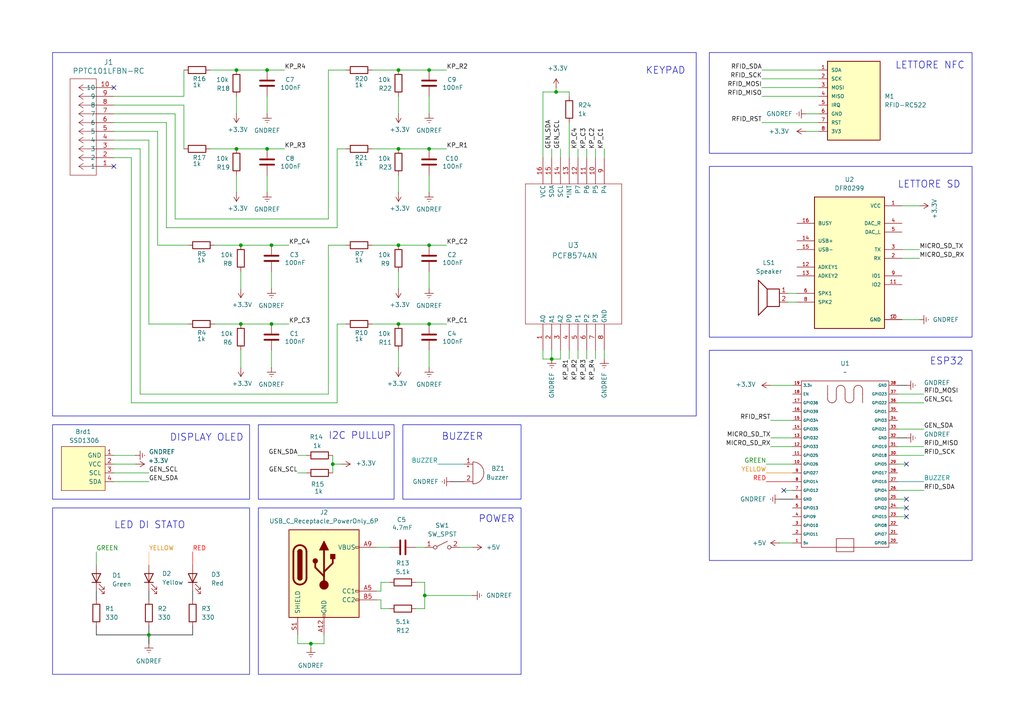
<source format=kicad_sch>
(kicad_sch (version 20250114) (generator "eeschema") (generator_version "9.0")
  (paper "A4")
  (title_block (title "PCB Kaffettino") (date "2025-11-03") (company "Vivere Ingegneria") (comment 1 "Daniele Orazio Susino"))
  (lib_symbols
    (symbol "2025-11-11_17-54-51:PCF8574AN" (pin_names (offset 0.254))
      (property "Reference" "U" (at 27.94 10.16 0))
      (property "Value" "PCF8574AN" (at 27.94 7.62 0))
      (symbol "PCF8574AN_0_1"
        (pin input line (at 0 0 0) (length 7.62) (name "A0") (number "1"))
        (pin input line (at 0 -2.54 0) (length 7.62) (name "A1") (number "2"))
        (pin input line (at 0 -5.08 0) (length 7.62) (name "A2") (number "3"))
        (pin bidirectional line (at 0 -7.62 0) (length 7.62) (name "P0") (number "4"))
        (pin bidirectional line (at 0 -10.16 0) (length 7.62) (name "P1") (number "5"))
        (pin bidirectional line (at 0 -12.7 0) (length 7.62) (name "P2") (number "6"))
        (pin bidirectional line (at 0 -15.24 0) (length 7.62) (name "P3") (number "7"))
        (pin power_in line (at 0 -17.78 0) (length 7.62) (name "GND") (number "8"))
        (pin power_in line (at 55.88 0 180) (length 7.62) (name "VCC") (number "16"))
        (pin unspecified line (at 55.88 -2.54 180) (length 7.62) (name "SDA") (number "15"))
        (pin unspecified line (at 55.88 -5.08 180) (length 7.62) (name "SCL") (number "14"))
        (pin output line (at 55.88 -7.62 180) (length 7.62) (name "*INT") (number "13"))
        (pin bidirectional line (at 55.88 -10.16 180) (length 7.62) (name "P7") (number "12"))
        (pin bidirectional line (at 55.88 -12.7 180) (length 7.62) (name "P6") (number "11"))
        (pin bidirectional line (at 55.88 -15.24 180) (length 7.62) (name "P5") (number "10"))
        (pin bidirectional line (at 55.88 -17.78 180) (length 7.62) (name "P4") (number "9"))
      )
    )
    (symbol "Connector:USB_C_Receptacle_PowerOnly_6P" (pin_names (offset 1.016))
      (property "Reference" "J" (at 0 16.51 0))
      (property "Value" "USB_C_Receptacle_PowerOnly_6P" (at 0 13.97 0))
      (symbol "USB_C_Receptacle_PowerOnly_6P_1_1"
        (pin passive line (at -7.62 -17.78 90) (length 5.08) (name "SHIELD") (number "S1"))
        (pin passive line (at 0 -17.78 90) (length 5.08) (name "GND") (number "A12"))
        (pin passive line (at 0 -17.78 90) (length 5.08) (hide yes) (name "GND") (number "B12"))
        (pin passive line (at 15.24 7.62 180) (length 5.08) (name "VBUS") (number "A9"))
        (pin passive line (at 15.24 7.62 180) (length 5.08) (hide yes) (name "VBUS") (number "B9"))
        (pin bidirectional line (at 15.24 -5.08 180) (length 5.08) (name "CC1") (number "A5"))
        (pin bidirectional line (at 15.24 -7.62 180) (length 5.08) (name "CC2") (number "B5"))
      )
    )
    (symbol "DFR0299:DFR0299" (pin_names (offset 1.016))
      (property "Reference" "U" (at -10.16 18.542 0))
      (property "Value" "DFR0299" (at -10.16 -22.86 0))
      (symbol "DFR0299_0_0"
        (pin input line (at -15.24 10.16 0) (length 5.08) (name "BUSY") (number "16"))
        (pin input line (at -15.24 5.08 0) (length 5.08) (name "USB+") (number "14"))
        (pin input line (at -15.24 2.54 0) (length 5.08) (name "USB-") (number "15"))
        (pin input line (at -15.24 -2.54 0) (length 5.08) (name "ADKEY1") (number "12"))
        (pin input line (at -15.24 -5.08 0) (length 5.08) (name "ADKEY2") (number "13"))
        (pin passive line (at -15.24 -10.16 0) (length 5.08) (name "SPK1") (number "6"))
        (pin passive line (at -15.24 -12.7 0) (length 5.08) (name "SPK2") (number "8"))
        (pin power_in line (at 15.24 15.24 180) (length 5.08) (name "VCC") (number "1"))
        (pin output line (at 15.24 10.16 180) (length 5.08) (name "DAC_R") (number "4"))
        (pin output line (at 15.24 7.62 180) (length 5.08) (name "DAC_L") (number "5"))
        (pin output line (at 15.24 2.54 180) (length 5.08) (name "TX") (number "3"))
        (pin input line (at 15.24 0 180) (length 5.08) (name "RX") (number "2"))
        (pin bidirectional line (at 15.24 -5.08 180) (length 5.08) (name "IO1") (number "9"))
        (pin bidirectional line (at 15.24 -7.62 180) (length 5.08) (name "IO2") (number "11"))
        (pin power_in line (at 15.24 -17.78 180) (length 5.08) (name "GND") (number "10"))
        (pin power_in line (at 15.24 -17.78 180) (length 5.08) (name "GND") (number "7"))
      )
    )
    (symbol "Device:Buzzer" (pin_names (offset 0.0254) (hide yes))
      (property "Reference" "BZ" (at 3.81 1.27 0))
      (property "Value" "Buzzer" (at 3.81 -1.27 0))
      (symbol "Buzzer_1_1"
        (pin passive line (at -2.54 2.54 0) (length 2.54) (name "+") (number "1"))
        (pin passive line (at -2.54 -2.54 0) (length 2.54) (name "-") (number "2"))
      )
    )
    (symbol "Device:C" (pin_numbers (hide yes)) (pin_names (offset 0.254))
      (property "Reference" "C" (at 0.635 2.54 0))
      (property "Value" "C" (at 0.635 -2.54 0))
      (symbol "C_1_1"
        (pin passive line (at 0 3.81 270) (length 2.794) (name "~") (number "1"))
        (pin passive line (at 0 -3.81 90) (length 2.794) (name "~") (number "2"))
      )
    )
    (symbol "Device:LED" (pin_numbers (hide yes)) (pin_names (offset 1.016) (hide yes))
      (property "Reference" "D" (at 0 2.54 0))
      (property "Value" "LED" (at 0 -2.54 0))
      (symbol "LED_1_1"
        (pin passive line (at -3.81 0 0) (length 2.54) (name "K") (number "1"))
        (pin passive line (at 3.81 0 180) (length 2.54) (name "A") (number "2"))
      )
    )
    (symbol "Device:R" (pin_numbers (hide yes)) (pin_names (offset 0))
      (property "Reference" "R" (at 2.032 0 90))
      (property "Value" "R" (at 0 0 90))
      (symbol "R_1_1"
        (pin passive line (at 0 3.81 270) (length 1.27) (name "~") (number "1"))
        (pin passive line (at 0 -3.81 90) (length 1.27) (name "~") (number "2"))
      )
    )
    (symbol "Device:Speaker" (pin_names (offset 0) (hide yes))
      (property "Reference" "LS" (at 1.27 5.715 0))
      (property "Value" "Speaker" (at 1.27 3.81 0))
      (symbol "Speaker_1_1"
        (pin input line (at -5.08 0 0) (length 2.54) (name "1") (number "1"))
        (pin input line (at -5.08 -2.54 0) (length 2.54) (name "2") (number "2"))
      )
    )
    (symbol "PPTC101LFBN_RC:PPTC101LFBN-RC" (pin_names (offset 0.254))
      (property "Reference" "J" (at 8.89 6.35 0))
      (property "Value" "PPTC101LFBN-RC" (at 0 0 0))
      (symbol "PPTC101LFBN-RC_0_1"
        (pin unspecified line (at 0 0 0) (length 5.08) (name "1") (number "1"))
        (pin unspecified line (at 0 -2.54 0) (length 5.08) (name "2") (number "2"))
        (pin unspecified line (at 0 -5.08 0) (length 5.08) (name "3") (number "3"))
        (pin unspecified line (at 0 -7.62 0) (length 5.08) (name "4") (number "4"))
        (pin unspecified line (at 0 -10.16 0) (length 5.08) (name "5") (number "5"))
        (pin unspecified line (at 0 -12.7 0) (length 5.08) (name "6") (number "6"))
        (pin unspecified line (at 0 -15.24 0) (length 5.08) (name "7") (number "7"))
        (pin unspecified line (at 0 -17.78 0) (length 5.08) (name "8") (number "8"))
        (pin unspecified line (at 0 -20.32 0) (length 5.08) (name "9") (number "9"))
        (pin unspecified line (at 0 -22.86 0) (length 5.08) (name "10") (number "10"))
      )
    )
    (symbol "RFID-RC522:RFID-RC522" (pin_names (offset 1.016))
      (property "Reference" "M" (at -7.62 10.922 0))
      (symbol "RFID-RC522_0_0"
        (pin bidirectional line (at -10.16 7.62 0) (length 2.54) (name "SDA") (number "1"))
        (pin bidirectional line (at -10.16 5.08 0) (length 2.54) (name "SCK") (number "2"))
        (pin bidirectional line (at -10.16 2.54 0) (length 2.54) (name "MOSI") (number "3"))
        (pin bidirectional line (at -10.16 0 0) (length 2.54) (name "MISO") (number "4"))
        (pin bidirectional line (at -10.16 -2.54 0) (length 2.54) (name "IRQ") (number "5"))
        (pin bidirectional line (at -10.16 -5.08 0) (length 2.54) (name "GND") (number "6"))
        (pin bidirectional line (at -10.16 -7.62 0) (length 2.54) (name "RST") (number "7"))
        (pin bidirectional line (at -10.16 -10.16 0) (length 2.54) (name "3V3") (number "8"))
      )
    )
    (symbol "SSD1306-128x64_OLED:SSD1306" (pin_names (offset 1.016))
      (property "Reference" "Brd" (at 0 -3.81 0))
      (property "Value" "SSD1306" (at 0 -1.27 0))
      (symbol "SSD1306_1_1"
        (pin input line (at -3.81 8.89 270) (length 2.54) (name "GND") (number "1"))
        (pin input line (at -1.27 8.89 270) (length 2.54) (name "VCC") (number "2"))
        (pin input line (at 1.27 8.89 270) (length 2.54) (name "SCL") (number "3"))
        (pin input line (at 3.81 8.89 270) (length 2.54) (name "SDA") (number "4"))
      )
    )
    (symbol "Switch:SW_SPST" (pin_names (offset 0) (hide yes))
      (property "Reference" "SW" (at 0 3.175 0))
      (property "Value" "SW_SPST" (at 0 -2.54 0))
      (symbol "SW_SPST_1_1"
        (pin passive line (at -5.08 0 0) (length 2.54) (name "A") (number "1"))
        (pin passive line (at 5.08 0 180) (length 2.54) (name "B") (number "2"))
      )
    )
    (symbol "esp32_38pin:ESP32_38Pin"
      (property "Reference" "U" (at 0 0 0))
      (symbol "ESP32_38Pin_1_1"
        (pin power_in line (at -22.86 15.24 270) (length 2.54) (name "GND") (number "38"))
        (pin output line (at -22.86 -15.24 90) (length 2.54) (name "3.3v") (number "19"))
        (pin bidirectional line (at -20.32 15.24 270) (length 2.54) (name "GPIO23") (number "37"))
        (pin bidirectional line (at -20.32 -15.24 90) (length 2.54) (name "EN") (number "18"))
        (pin bidirectional line (at -17.78 15.24 270) (length 2.54) (name "GPIO22") (number "36"))
        (pin bidirectional line (at -17.78 -15.24 90) (length 2.54) (name "GPIO36") (number "17"))
        (pin bidirectional line (at -15.24 15.24 270) (length 2.54) (name "GPIO1") (number "35"))
        (pin bidirectional line (at -15.24 -15.24 90) (length 2.54) (name "GPIO39") (number "16"))
        (pin bidirectional line (at -12.7 15.24 270) (length 2.54) (name "GPIO3") (number "34"))
        (pin bidirectional line (at -12.7 -15.24 90) (length 2.54) (name "GPIO34") (number "15"))
        (pin bidirectional line (at -10.16 15.24 270) (length 2.54) (name "GPIO21") (number "33"))
        (pin bidirectional line (at -10.16 -15.24 90) (length 2.54) (name "GPIO35") (number "14"))
        (pin power_in line (at -7.62 15.24 270) (length 2.54) (name "GND") (number "32"))
        (pin bidirectional line (at -7.62 -15.24 90) (length 2.54) (name "GPIO32") (number "13"))
        (pin bidirectional line (at -5.08 15.24 270) (length 2.54) (name "GPIO19") (number "31"))
        (pin bidirectional line (at -5.08 -15.24 90) (length 2.54) (name "GPIO33") (number "12"))
        (pin bidirectional line (at -2.54 15.24 270) (length 2.54) (name "GPIO18") (number "30"))
        (pin bidirectional line (at -2.54 -15.24 90) (length 2.54) (name "GPIO25") (number "11"))
        (pin bidirectional line (at 0 15.24 270) (length 2.54) (name "GPIO5") (number "29"))
        (pin bidirectional line (at 0 -15.24 90) (length 2.54) (name "GPIO26") (number "10"))
        (pin bidirectional line (at 2.54 15.24 270) (length 2.54) (name "GPIO17") (number "28"))
        (pin bidirectional line (at 2.54 -15.24 90) (length 2.54) (name "GPIO27") (number "9"))
        (pin bidirectional line (at 5.08 15.24 270) (length 2.54) (name "GPIO16") (number "27"))
        (pin bidirectional line (at 5.08 -15.24 90) (length 2.54) (name "GPIO14") (number "8"))
        (pin bidirectional line (at 7.62 15.24 270) (length 2.54) (name "GPIO4") (number "26"))
        (pin bidirectional line (at 7.62 -15.24 90) (length 2.54) (name "GPIO12") (number "7"))
        (pin bidirectional line (at 10.16 15.24 270) (length 2.54) (name "GPIO0") (number "25"))
        (pin power_in line (at 10.16 -15.24 90) (length 2.54) (name "GND") (number "6"))
        (pin bidirectional line (at 12.7 15.24 270) (length 2.54) (name "GPIO2") (number "24"))
        (pin bidirectional line (at 12.7 -15.24 90) (length 2.54) (name "GPIO13") (number "5"))
        (pin bidirectional line (at 15.24 15.24 270) (length 2.54) (name "GPIO15") (number "23"))
        (pin bidirectional line (at 15.24 -15.24 90) (length 2.54) (name "GPIO9") (number "4"))
        (pin bidirectional line (at 17.78 15.24 270) (length 2.54) (name "GPIO8") (number "22"))
        (pin bidirectional line (at 17.78 -15.24 90) (length 2.54) (name "GPIO10") (number "3"))
        (pin bidirectional line (at 20.32 15.24 270) (length 2.54) (name "GPIO7") (number "21"))
        (pin bidirectional line (at 20.32 -15.24 90) (length 2.54) (name "GPIO11") (number "2"))
        (pin bidirectional line (at 22.86 15.24 270) (length 2.54) (name "GPIO6") (number "20"))
        (pin power_out line (at 22.86 -15.24 90) (length 2.54) (name "5v") (number "1"))
      )
    )
    (symbol "power:+3.3V" (power) (pin_numbers (hide yes)) (pin_names (offset 0) (hide yes))
      (property "Value" "+3.3V" (at 0 3.556 0))
      (symbol "+3.3V_1_1"
        (pin power_in line (at 0 0 90) (length 0) (name "~") (number "1"))
      )
    )
    (symbol "power:+5V" (power) (pin_numbers (hide yes)) (pin_names (offset 0) (hide yes))
      (property "Value" "+5V" (at 0 3.556 0))
      (symbol "+5V_1_1"
        (pin power_in line (at 0 0 90) (length 0) (name "~") (number "1"))
      )
    )
    (symbol "power:GNDREF" (power) (pin_numbers (hide yes)) (pin_names (offset 0) (hide yes))
      (property "Value" "GNDREF" (at 0 -3.81 0))
      (symbol "GNDREF_1_1"
        (pin power_in line (at 0 0 270) (length 0) (name "~") (number "1"))
      )
    )
  )
  (rectangle (start 15.24 147.32) (end 72.39 195.58))
  (rectangle (start 205.74 48.26) (end 281.94 97.79))
  (rectangle (start 15.24 123.19) (end 72.39 144.78))
  (rectangle (start 74.93 123.19) (end 114.3 144.78))
  (rectangle (start 116.84 123.19) (end 151.13 144.78))
  (rectangle (start 15.24 15.24) (end 201.93 120.65))
  (rectangle (start 74.93 147.32) (end 151.13 195.58))
  (rectangle (start 205.74 15.24) (end 281.94 44.45))
  (rectangle (start 205.74 101.6) (end 281.94 162.56))
  (text "KEYPAD\n" (at 193.04 20.574 0) (effects (font (size 2.032 2.032))))
  (text "BUZZER\n" (at 134.112 126.746 0) (effects (font (size 2.032 2.032))))
  (text "ESP32" (at 274.574 104.902 0) (effects (font (size 2.032 2.032))))
  (text "I2C PULLUP\n" (at 104.394 126.492 0) (effects (font (size 2.032 2.032))))
  (text "LED DI STATO" (at 43.434 152.4 0) (effects (font (size 2.032 2.032))))
  (text "LETTORE NFC\n" (at 269.748 19.05 0) (effects (font (size 2.032 2.032))))
  (text "POWER\n" (at 144.018 150.622 0) (effects (font (size 2.032 2.032))))
  (text "DISPLAY OLED\n" (at 59.944 127 0) (effects (font (size 2.032 2.032))))
  (text "LETTORE SD\n" (at 269.494 53.594 0) (effects (font (size 2.032 2.032))))
  (junction (at 160.02 104.14))
  (junction (at 124.46 43.18))
  (junction (at 115.57 93.98))
  (junction (at 124.46 71.12))
  (junction (at 161.29 26.67))
  (junction (at 68.58 43.18))
  (junction (at 78.74 71.12))
  (junction (at 90.17 186.69))
  (junction (at 69.85 93.98))
  (junction (at 123.19 172.72))
  (junction (at 69.85 71.12))
  (junction (at 96.52 134.62))
  (junction (at 115.57 71.12))
  (junction (at 77.47 20.32))
  (junction (at 124.46 20.32))
  (junction (at 115.57 43.18))
  (junction (at 77.47 43.18))
  (junction (at 124.46 93.98))
  (junction (at 115.57 20.32))
  (junction (at 43.18 184.15))
  (junction (at 78.74 93.98))
  (junction (at 68.58 20.32))
  (no_connect (at 262.89 144.78))
  (no_connect (at 33.02 25.4))
  (no_connect (at 33.02 48.26))
  (no_connect (at 227.33 142.24))
  (no_connect (at 262.89 147.32))
  (no_connect (at 262.89 149.86))
  (no_connect (at 262.89 134.62))
  (wire (pts (xy 86.36 184.15) (xy 86.36 186.69)))
  (wire (pts (xy 162.56 43.18) (xy 162.56 45.72)))
  (wire (pts (xy 110.49 168.91) (xy 110.49 171.45)))
  (wire (pts (xy 33.02 43.18) (xy 40.64 43.18)))
  (wire (pts (xy 45.72 71.12) (xy 54.61 71.12)))
  (wire (pts (xy 134.62 134.62) (xy 127 134.62)) (stroke (width 0) (color 0 132 132 1)))
  (wire (pts (xy 55.88 181.61) (xy 55.88 184.15)) (stroke (width 0) (color 0 0 0 1)))
  (wire (pts (xy 33.02 33.02) (xy 50.8 33.02)))
  (wire (pts (xy 260.35 111.76) (xy 262.89 111.76)) (stroke (width 0) (color 0 0 0 1)))
  (wire (pts (xy 95.25 71.12) (xy 100.33 71.12)))
  (wire (pts (xy 226.06 144.78) (xy 229.87 144.78)) (stroke (width 0) (color 0 0 0 1)))
  (wire (pts (xy 162.56 104.14) (xy 160.02 104.14)))
  (wire (pts (xy 162.56 101.6) (xy 162.56 104.14)))
  (wire (pts (xy 172.72 43.18) (xy 172.72 45.72)))
  (wire (pts (xy 115.57 101.6) (xy 115.57 106.68)))
  (wire (pts (xy 124.46 20.32) (xy 129.54 20.32)))
  (wire (pts (xy 43.18 171.45) (xy 43.18 173.99)) (stroke (width 0) (color 0 0 0 1)))
  (wire (pts (xy 260.35 139.7) (xy 267.97 139.7)) (stroke (width 0) (color 0 132 132 1)))
  (wire (pts (xy 33.02 30.48) (xy 53.34 30.48)))
  (wire (pts (xy 133.35 158.75) (xy 137.16 158.75)))
  (wire (pts (xy 27.94 181.61) (xy 27.94 184.15)) (stroke (width 0) (color 0 0 0 1)))
  (wire (pts (xy 124.46 71.12) (xy 129.54 71.12)))
  (wire (pts (xy 27.94 160.02) (xy 27.94 163.83)))
  (wire (pts (xy 53.34 30.48) (xy 53.34 43.18)))
  (wire (pts (xy 226.06 157.48) (xy 229.87 157.48)))
  (wire (pts (xy 97.79 43.18) (xy 97.79 66.04)))
  (wire (pts (xy 228.6 85.09) (xy 231.14 85.09)))
  (wire (pts (xy 27.94 171.45) (xy 27.94 173.99)) (stroke (width 0) (color 0 0 0 1)))
  (wire (pts (xy 160.02 43.18) (xy 160.02 45.72)))
  (wire (pts (xy 261.62 74.93) (xy 266.7 74.93)))
  (wire (pts (xy 237.49 38.1) (xy 233.68 38.1)))
  (wire (pts (xy 172.72 101.6) (xy 172.72 104.14)))
  (wire (pts (xy 96.52 132.08) (xy 96.52 134.62)))
  (wire (pts (xy 110.49 173.99) (xy 109.22 173.99)))
  (wire (pts (xy 107.95 93.98) (xy 115.57 93.98)))
  (wire (pts (xy 123.19 168.91) (xy 123.19 172.72)))
  (wire (pts (xy 228.6 87.63) (xy 231.14 87.63)))
  (wire (pts (xy 90.17 187.96) (xy 90.17 186.69)))
  (wire (pts (xy 227.33 142.24) (xy 229.87 142.24)))
  (wire (pts (xy 43.18 40.64) (xy 43.18 93.98)))
  (wire (pts (xy 220.98 27.94) (xy 237.49 27.94)))
  (wire (pts (xy 33.02 40.64) (xy 43.18 40.64)))
  (wire (pts (xy 262.89 144.78) (xy 260.35 144.78)))
  (wire (pts (xy 237.49 33.02) (xy 233.68 33.02)))
  (wire (pts (xy 115.57 20.32) (xy 124.46 20.32)))
  (wire (pts (xy 167.64 101.6) (xy 167.64 104.14)))
  (wire (pts (xy 62.23 93.98) (xy 69.85 93.98)))
  (wire (pts (xy 40.64 114.3) (xy 95.25 114.3)))
  (wire (pts (xy 38.1 116.84) (xy 38.1 45.72)))
  (wire (pts (xy 88.9 132.08) (xy 86.36 132.08)))
  (wire (pts (xy 107.95 20.32) (xy 115.57 20.32)))
  (wire (pts (xy 78.74 93.98) (xy 83.82 93.98)))
  (wire (pts (xy 33.02 27.94) (xy 53.34 27.94)))
  (wire (pts (xy 124.46 55.88) (xy 124.46 50.8)))
  (wire (pts (xy 60.96 20.32) (xy 68.58 20.32)))
  (wire (pts (xy 55.88 171.45) (xy 55.88 173.99)) (stroke (width 0) (color 0 0 0 1)))
  (wire (pts (xy 170.18 101.6) (xy 170.18 104.14)))
  (wire (pts (xy 115.57 50.8) (xy 115.57 55.88)))
  (wire (pts (xy 161.29 26.67) (xy 165.1 26.67)))
  (wire (pts (xy 33.02 139.7) (xy 43.18 139.7)))
  (wire (pts (xy 99.06 134.62) (xy 96.52 134.62)))
  (wire (pts (xy 223.52 127) (xy 229.87 127)))
  (wire (pts (xy 222.25 134.62) (xy 229.87 134.62)))
  (wire (pts (xy 260.35 116.84) (xy 267.97 116.84)))
  (wire (pts (xy 78.74 83.82) (xy 78.74 78.74)))
  (wire (pts (xy 160.02 101.6) (xy 160.02 104.14)))
  (wire (pts (xy 260.35 129.54) (xy 267.97 129.54)))
  (wire (pts (xy 43.18 160.02) (xy 43.18 163.83)) (stroke (width 0) (color 255 180 95 1)))
  (wire (pts (xy 88.9 137.16) (xy 86.36 137.16)))
  (wire (pts (xy 69.85 93.98) (xy 78.74 93.98)))
  (wire (pts (xy 220.98 35.56) (xy 237.49 35.56)))
  (wire (pts (xy 62.23 71.12) (xy 69.85 71.12)))
  (wire (pts (xy 165.1 26.67) (xy 165.1 27.94)))
  (wire (pts (xy 120.65 158.75) (xy 123.19 158.75)))
  (wire (pts (xy 39.37 132.08) (xy 33.02 132.08)))
  (wire (pts (xy 95.25 20.32) (xy 100.33 20.32)))
  (wire (pts (xy 157.48 26.67) (xy 161.29 26.67)))
  (wire (pts (xy 165.1 35.56) (xy 165.1 45.72)))
  (wire (pts (xy 43.18 181.61) (xy 43.18 184.15)) (stroke (width 0) (color 0 0 0 1)))
  (wire (pts (xy 223.52 129.54) (xy 229.87 129.54)))
  (wire (pts (xy 120.65 176.53) (xy 123.19 176.53)))
  (wire (pts (xy 262.89 147.32) (xy 260.35 147.32)))
  (wire (pts (xy 39.37 134.62) (xy 33.02 134.62)))
  (wire (pts (xy 77.47 55.88) (xy 77.47 50.8)))
  (wire (pts (xy 110.49 171.45) (xy 109.22 171.45)))
  (wire (pts (xy 123.19 176.53) (xy 123.19 172.72)))
  (wire (pts (xy 124.46 33.02) (xy 124.46 27.94)))
  (wire (pts (xy 175.26 101.6) (xy 175.26 104.14)))
  (wire (pts (xy 260.35 114.3) (xy 267.97 114.3)))
  (wire (pts (xy 68.58 20.32) (xy 77.47 20.32)))
  (wire (pts (xy 170.18 43.18) (xy 170.18 45.72)))
  (wire (pts (xy 50.8 63.5) (xy 95.25 63.5)))
  (wire (pts (xy 100.33 43.18) (xy 97.79 43.18)))
  (wire (pts (xy 40.64 43.18) (xy 40.64 114.3)))
  (wire (pts (xy 97.79 93.98) (xy 97.79 116.84)))
  (wire (pts (xy 86.36 186.69) (xy 90.17 186.69)))
  (wire (pts (xy 53.34 20.32) (xy 53.34 27.94)))
  (wire (pts (xy 220.98 25.4) (xy 237.49 25.4)))
  (wire (pts (xy 69.85 101.6) (xy 69.85 106.68)))
  (wire (pts (xy 27.94 184.15) (xy 43.18 184.15)) (stroke (width 0) (color 0 0 0 1)))
  (wire (pts (xy 262.89 134.62) (xy 260.35 134.62)))
  (wire (pts (xy 77.47 20.32) (xy 82.55 20.32)))
  (wire (pts (xy 123.19 172.72) (xy 137.16 172.72)))
  (wire (pts (xy 261.62 92.71) (xy 266.7 92.71)))
  (wire (pts (xy 90.17 186.69) (xy 93.98 186.69)))
  (wire (pts (xy 48.26 66.04) (xy 48.26 35.56)))
  (wire (pts (xy 33.02 45.72) (xy 38.1 45.72)))
  (wire (pts (xy 260.35 124.46) (xy 267.97 124.46)))
  (wire (pts (xy 110.49 176.53) (xy 113.03 176.53)))
  (wire (pts (xy 33.02 137.16) (xy 43.18 137.16)))
  (wire (pts (xy 157.48 104.14) (xy 160.02 104.14)))
  (wire (pts (xy 157.48 26.67) (xy 157.48 45.72)))
  (wire (pts (xy 48.26 66.04) (xy 97.79 66.04)))
  (wire (pts (xy 60.96 43.18) (xy 68.58 43.18)))
  (wire (pts (xy 77.47 33.02) (xy 77.47 27.94)))
  (wire (pts (xy 175.26 43.18) (xy 175.26 45.72)))
  (wire (pts (xy 43.18 93.98) (xy 54.61 93.98)))
  (wire (pts (xy 260.35 127) (xy 262.89 127)) (stroke (width 0) (color 0 0 0 1)))
  (wire (pts (xy 45.72 38.1) (xy 45.72 71.12)))
  (wire (pts (xy 124.46 106.68) (xy 124.46 101.6)))
  (wire (pts (xy 115.57 93.98) (xy 124.46 93.98)))
  (wire (pts (xy 134.62 139.7) (xy 130.81 139.7)) (stroke (width 0) (color 0 0 0 1)))
  (wire (pts (xy 55.88 160.02) (xy 55.88 163.83)) (stroke (width 0) (color 255 0 0 1)))
  (wire (pts (xy 110.49 176.53) (xy 110.49 173.99)))
  (wire (pts (xy 220.98 20.32) (xy 237.49 20.32)))
  (wire (pts (xy 120.65 168.91) (xy 123.19 168.91)))
  (wire (pts (xy 69.85 71.12) (xy 78.74 71.12)))
  (wire (pts (xy 95.25 63.5) (xy 95.25 20.32)))
  (wire (pts (xy 109.22 158.75) (xy 113.03 158.75)))
  (wire (pts (xy 222.25 139.7) (xy 229.87 139.7)) (stroke (width 0) (color 194 0 0 1)))
  (wire (pts (xy 50.8 33.02) (xy 50.8 63.5)))
  (wire (pts (xy 115.57 78.74) (xy 115.57 83.82)))
  (wire (pts (xy 43.18 184.15) (xy 55.88 184.15)) (stroke (width 0) (color 0 0 0 1)))
  (wire (pts (xy 93.98 184.15) (xy 93.98 186.69)))
  (wire (pts (xy 261.62 72.39) (xy 266.7 72.39)))
  (wire (pts (xy 229.87 111.76) (xy 223.52 111.76)))
  (wire (pts (xy 124.46 83.82) (xy 124.46 78.74)))
  (wire (pts (xy 48.26 35.56) (xy 33.02 35.56)))
  (wire (pts (xy 78.74 106.68) (xy 78.74 101.6)))
  (wire (pts (xy 115.57 71.12) (xy 124.46 71.12)))
  (wire (pts (xy 68.58 43.18) (xy 77.47 43.18)))
  (wire (pts (xy 124.46 93.98) (xy 129.54 93.98)))
  (wire (pts (xy 68.58 27.94) (xy 68.58 33.02)))
  (wire (pts (xy 107.95 71.12) (xy 115.57 71.12)))
  (wire (pts (xy 167.64 43.18) (xy 167.64 45.72)))
  (wire (pts (xy 107.95 43.18) (xy 115.57 43.18)))
  (wire (pts (xy 157.48 101.6) (xy 157.48 104.14)))
  (wire (pts (xy 115.57 43.18) (xy 124.46 43.18)))
  (wire (pts (xy 97.79 116.84) (xy 38.1 116.84)))
  (wire (pts (xy 96.52 134.62) (xy 96.52 137.16)))
  (wire (pts (xy 43.18 184.15) (xy 43.18 186.69)))
  (wire (pts (xy 222.25 137.16) (xy 229.87 137.16)) (stroke (width 0) (color 221 133 0 1)))
  (wire (pts (xy 161.29 25.4) (xy 161.29 26.67)))
  (wire (pts (xy 260.35 132.08) (xy 267.97 132.08)))
  (wire (pts (xy 165.1 101.6) (xy 165.1 104.14)))
  (wire (pts (xy 100.33 93.98) (xy 97.79 93.98)))
  (wire (pts (xy 78.74 71.12) (xy 83.82 71.12)))
  (wire (pts (xy 69.85 78.74) (xy 69.85 83.82)))
  (wire (pts (xy 220.98 22.86) (xy 237.49 22.86)))
  (wire (pts (xy 260.35 142.24) (xy 267.97 142.24)))
  (wire (pts (xy 77.47 43.18) (xy 82.55 43.18)))
  (wire (pts (xy 223.52 121.92) (xy 229.87 121.92)))
  (wire (pts (xy 110.49 168.91) (xy 113.03 168.91)))
  (wire (pts (xy 115.57 27.94) (xy 115.57 33.02)))
  (wire (pts (xy 33.02 38.1) (xy 45.72 38.1)))
  (wire (pts (xy 95.25 114.3) (xy 95.25 71.12)))
  (wire (pts (xy 261.62 59.69) (xy 266.7 59.69)))
  (wire (pts (xy 262.89 149.86) (xy 260.35 149.86)))
  (wire (pts (xy 43.18 184.15) (xy 43.18 186.69)) (stroke (width 0) (color 0 0 0 1)))
  (wire (pts (xy 124.46 43.18) (xy 129.54 43.18)))
  (wire (pts (xy 68.58 50.8) (xy 68.58 55.88)))
  (label "RFID_SCK" (at 220.98 22.86 180))
  (label "RFID_MISO" (at 267.97 129.54 0))
  (label "KP_R3" (at 170.18 104.14 270))
  (label "GEN_SCL" (at 267.97 116.84 0))
  (label "BUZZER" (at 127 134.62 180))
  (label "YELLOW" (at 222.25 137.16 180))
  (label "RED" (at 222.25 139.7 180))
  (label "KP_C4" (at 83.82 71.12 0))
  (label "KP_R3" (at 82.55 43.18 0))
  (label "BUZZER" (at 267.97 139.7 0))
  (label "KP_C1" (at 129.54 93.98 0))
  (label "RED" (at 55.88 160.02 0))
  (label "GEN_SDA" (at 43.18 139.7 0))
  (label "RFID_MOSI" (at 220.98 25.4 180))
  (label "GEN_SCL" (at 86.36 137.16 180))
  (label "GEN_SDA" (at 267.97 124.46 0))
  (label "GEN_SCL" (at 43.18 137.16 0))
  (label "MICRO_SD_RX" (at 266.7 74.93 0))
  (label "KP_C3" (at 83.82 93.98 0))
  (label "KP_R1" (at 129.54 43.18 0))
  (label "RFID_SDA" (at 220.98 20.32 180))
  (label "RFID_SCK" (at 267.97 132.08 0))
  (label "RFID_MOSI" (at 267.97 114.3 0))
  (label "GEN_SCL" (at 162.56 43.18 90))
  (label "KP_C1" (at 175.26 43.18 90))
  (label "KP_R4" (at 172.72 104.14 270))
  (label "RFID_MISO" (at 220.98 27.94 180))
  (label "KP_R2" (at 129.54 20.32 0))
  (label "RFID_SDA" (at 267.97 142.24 0))
  (label "KP_C2" (at 129.54 71.12 0))
  (label "GEN_SDA" (at 86.36 132.08 180))
  (label "YELLOW" (at 43.18 160.02 0))
  (label "GREEN" (at 27.94 160.02 0))
  (label "KP_C2" (at 172.72 43.18 90))
  (label "RFID_RST" (at 223.52 121.92 180))
  (label "MICRO_SD_TX" (at 266.7 72.39 0))
  (label "GREEN" (at 222.25 134.62 180))
  (label "KP_C4" (at 167.64 43.18 90))
  (label "GEN_SDA" (at 160.02 43.18 90))
  (label "MICRO_SD_TX" (at 223.52 127 180))
  (label "KP_R4" (at 82.55 20.32 0))
  (label "RFID_RST" (at 220.98 35.56 180))
  (label "KP_R1" (at 165.1 104.14 270))
  (label "KP_C3" (at 170.18 43.18 90))
  (label "KP_R2" (at 167.64 104.14 270))
  (label "MICRO_SD_RX" (at 223.52 129.54 180))
  (symbol (lib_id "Device:LED") (at 55.88 167.64 90) (unit 1)
    (property "Reference" "D3" (at 61.214 166.624 90) (effects (justify right)))
    (property "Value" "Red" (at 61.214 169.164 90) (effects (justify right)))
    (property "Footprint" "LED_THT:LED_D3.0mm" (effects (hide yes)))
    (property "Description" "Light emitting diode" (effects (hide yes)))
    (property "Sim.Pins" "1=K 2=A" (effects (hide yes)))
  )
  (symbol (lib_id "power:GNDREF") (at 77.47 33.02 0) (unit 1)
    (property "Reference" "#PWR027" (effects (hide yes)))
    (property "Value" "GNDREF" (at 81.28 37.846 0) (effects (justify right)))
    (property "Description" "Power symbol creates a global label with name \"GNDREF\" , reference supply ground" (effects (hide yes)))
  )
  (symbol (lib_id "power:GNDREF") (at 90.17 187.96 0) (unit 1)
    (property "Reference" "#PWR022" (effects (hide yes)))
    (property "Value" "GNDREF" (at 90.17 193.04 0))
    (property "Description" "Power symbol creates a global label with name \"GNDREF\" , reference supply ground" (effects (hide yes)))
  )
  (symbol (lib_id "power:GNDREF") (at 124.46 83.82 0) (unit 1)
    (property "Reference" "#PWR06" (effects (hide yes)))
    (property "Value" "GNDREF" (at 128.27 88.646 0) (effects (justify right)))
    (property "Description" "Power symbol creates a global label with name \"GNDREF\" , reference supply ground" (effects (hide yes)))
  )
  (symbol (lib_id "Device:R") (at 68.58 46.99 180) (unit 1)
    (property "Reference" "R19" (at 64.77 48.514 0))
    (property "Value" "10k" (at 64.516 45.974 0))
    (property "Footprint" "Resistor_THT:R_Axial_DIN0207_L6.3mm_D2.5mm_P10.16mm_Horizontal" (effects (hide yes)))
    (property "Description" "Resistor" (effects (hide yes)))
  )
  (symbol (lib_id "2025-11-11_17-54-51:PCF8574AN") (at 157.48 101.6 90) (unit 1)
    (property "Reference" "U3" (at 164.592 71.12 90) (effects (font (size 1.524 1.524)) (justify right)))
    (property "Value" "PCF8574AN" (at 160.02 74.168 90) (effects (font (size 1.524 1.524)) (justify right)))
    (property "Footprint" "PCF8574AN:N16" (effects (hide yes)))
    (property "Datasheet" "https://www.ti.com/lit/gpn/pcf8574a" (effects (hide yes)))
  )
  (symbol (lib_id "power:+3.3V") (at 115.57 106.68 180) (unit 1)
    (property "Reference" "#PWR09" (effects (hide yes)))
    (property "Value" "+3.3V" (at 118.11 111.252 0) (effects (justify left)))
    (property "Description" "Power symbol creates a global label with name \"+3.3V\"" (effects (hide yes)))
  )
  (symbol (lib_id "power:GNDREF") (at 124.46 33.02 0) (unit 1)
    (property "Reference" "#PWR031" (effects (hide yes)))
    (property "Value" "GNDREF" (at 128.27 37.846 0) (effects (justify right)))
    (property "Description" "Power symbol creates a global label with name \"GNDREF\" , reference supply ground" (effects (hide yes)))
  )
  (symbol (lib_id "Device:R") (at 69.85 97.79 180) (unit 1)
    (property "Reference" "R6" (at 66.04 99.314 0))
    (property "Value" "10k" (at 65.786 96.774 0))
    (property "Footprint" "Resistor_THT:R_Axial_DIN0207_L6.3mm_D2.5mm_P10.16mm_Horizontal" (effects (hide yes)))
    (property "Description" "Resistor" (effects (hide yes)))
  )
  (symbol (lib_id "power:GNDREF") (at 39.37 132.08 90) (unit 1)
    (property "Reference" "#PWR012" (effects (hide yes)))
    (property "Value" "GNDREF" (at 43.18 131.064 90) (effects (justify right)))
    (property "Description" "Power symbol creates a global label with name \"GNDREF\" , reference supply ground" (effects (hide yes)))
  )
  (symbol (lib_id "Device:C") (at 77.47 46.99 0) (unit 1)
    (property "Reference" "C8" (at 84.074 45.974 0))
    (property "Value" "100nF" (at 84.328 48.26 0))
    (property "Footprint" "Capacitor_THT:C_Disc_D3.0mm_W1.6mm_P2.50mm" (effects (hide yes)))
    (property "Description" "Unpolarized capacitor" (effects (hide yes)))
  )
  (symbol (lib_id "Device:R") (at 58.42 93.98 270) (unit 1)
    (property "Reference" "R4" (at 57.15 96.52 90) (effects (justify left)))
    (property "Value" "1k" (at 57.15 98.298 90) (effects (justify left)))
    (property "Footprint" "Resistor_THT:R_Axial_DIN0207_L6.3mm_D2.5mm_P10.16mm_Horizontal" (effects (hide yes)))
    (property "Description" "Resistor" (effects (hide yes)))
  )
  (symbol (lib_id "Device:R") (at 55.88 177.8 0) (unit 1)
    (property "Reference" "R3" (at 58.42 176.5299 0) (effects (justify left)))
    (property "Value" "330" (at 58.42 179.0699 0) (effects (justify left)))
    (property "Footprint" "Resistor_THT:R_Axial_DIN0207_L6.3mm_D2.5mm_P10.16mm_Horizontal" (effects (hide yes)))
    (property "Description" "Resistor" (effects (hide yes)))
  )
  (symbol (lib_id "power:+3.3V") (at 69.85 83.82 180) (unit 1)
    (property "Reference" "#PWR07" (effects (hide yes)))
    (property "Value" "+3.3V" (at 73.152 88.392 0) (effects (justify left)))
    (property "Description" "Power symbol creates a global label with name \"+3.3V\"" (effects (hide yes)))
  )
  (symbol (lib_id "power:GNDREF") (at 43.18 186.69 0) (unit 1)
    (property "Reference" "#PWR03" (effects (hide yes)))
    (property "Value" "GNDREF" (at 43.18 191.77 0))
    (property "Description" "Power symbol creates a global label with name \"GNDREF\" , reference supply ground" (effects (hide yes)))
  )
  (symbol (lib_id "power:GNDREF") (at 78.74 106.68 0) (unit 1)
    (property "Reference" "#PWR04" (effects (hide yes)))
    (property "Value" "GNDREF" (at 82.55 111.506 0) (effects (justify right)))
    (property "Description" "Power symbol creates a global label with name \"GNDREF\" , reference supply ground" (effects (hide yes)))
  )
  (symbol (lib_id "Device:R") (at 43.18 177.8 0) (unit 1)
    (property "Reference" "R2" (at 45.72 176.5299 0) (effects (justify left)))
    (property "Value" "330" (at 45.72 179.0699 0) (effects (justify left)))
    (property "Footprint" "Resistor_THT:R_Axial_DIN0207_L6.3mm_D2.5mm_P10.16mm_Horizontal" (effects (hide yes)))
    (property "Description" "Resistor" (effects (hide yes)))
  )
  (symbol (lib_id "Device:R") (at 104.14 20.32 270) (unit 1)
    (property "Reference" "R20" (at 102.87 22.86 90) (effects (justify left)))
    (property "Value" "1k" (at 102.87 24.638 90) (effects (justify left)))
    (property "Footprint" "Resistor_THT:R_Axial_DIN0207_L6.3mm_D2.5mm_P10.16mm_Horizontal" (effects (hide yes)))
    (property "Description" "Resistor" (effects (hide yes)))
  )
  (symbol (lib_id "power:GNDREF") (at 233.68 33.02 270) (unit 1)
    (property "Reference" "#PWR015" (effects (hide yes)))
    (property "Value" "GNDREF" (at 229.87 33.0199 90) (effects (justify right)))
    (property "Description" "Power symbol creates a global label with name \"GNDREF\" , reference supply ground" (effects (hide yes)))
  )
  (symbol (lib_id "Device:R") (at 116.84 168.91 90) (unit 1)
    (property "Reference" "R13" (at 116.84 163.322 90))
    (property "Value" "5.1k" (at 116.84 165.862 90))
    (property "Footprint" "Resistor_THT:R_Axial_DIN0207_L6.3mm_D2.5mm_P10.16mm_Horizontal" (effects (hide yes)))
    (property "Description" "Resistor" (effects (hide yes)))
  )
  (symbol (lib_id "power:GNDREF") (at 226.06 144.78 270) (unit 1)
    (property "Reference" "#PWR010" (effects (hide yes)))
    (property "Value" "GNDREF" (at 222.25 144.7799 90) (effects (justify right)))
    (property "Description" "Power symbol creates a global label with name \"GNDREF\" , reference supply ground" (effects (hide yes)))
  )
  (symbol (lib_id "Device:C") (at 124.46 46.99 0) (unit 1)
    (property "Reference" "C10" (at 131.064 45.974 0))
    (property "Value" "100nF" (at 131.318 48.26 0))
    (property "Footprint" "Capacitor_THT:C_Disc_D3.0mm_W1.6mm_P2.50mm" (effects (hide yes)))
    (property "Description" "Unpolarized capacitor" (effects (hide yes)))
  )
  (symbol (lib_id "power:+5V") (at 137.16 158.75 270) (unit 1)
    (property "Reference" "#PWR021" (effects (hide yes)))
    (property "Value" "+5V" (at 140.97 158.7499 90) (effects (justify left)))
    (property "Description" "Power symbol creates a global label with name \"+5V\"" (effects (hide yes)))
  )
  (symbol (lib_id "Connector:USB_C_Receptacle_PowerOnly_6P") (at 93.98 166.37 0) (unit 1)
    (property "Reference" "J2" (at 93.98 148.59 0))
    (property "Value" "USB_C_Receptacle_PowerOnly_6P" (at 93.98 151.13 0))
    (property "Footprint" "Connector_USB:USB_C_Receptacle_GCT_USB4125-xx-x_6P_TopMnt_Horizontal" (effects (hide yes)))
    (property "Datasheet" "https://www.usb.org/sites/default/files/documents/usb_type-c.zip" (effects (hide yes)))
    (property "Description" "USB Power-Only 6P Type-C Receptacle connector" (effects (hide yes)))
  )
  (symbol (lib_id "power:+3.3V") (at 39.37 134.62 270) (unit 1)
    (property "Reference" "#PWR013" (effects (hide yes)))
    (property "Value" "+3.3V" (at 42.926 133.604 90) (effects (justify left)))
    (property "Description" "Power symbol creates a global label with name \"+3.3V\"" (effects (hide yes)))
  )
  (symbol (lib_id "power:GNDREF") (at 262.89 127 90) (unit 1)
    (property "Reference" "#PWR017" (effects (hide yes)))
    (property "Value" "GNDREF" (at 267.97 125.984 90) (effects (justify right)))
    (property "Description" "Power symbol creates a global label with name \"GNDREF\" , reference supply ground" (effects (hide yes)))
  )
  (symbol (lib_id "power:+3.3V") (at 266.7 59.69 270) (unit 1)
    (property "Reference" "#PWR018" (effects (hide yes)))
    (property "Value" "+3.3V" (at 271.018 57.658 0) (effects (justify left)))
    (property "Description" "Power symbol creates a global label with name \"+3.3V\"" (effects (hide yes)))
  )
  (symbol (lib_id "power:+3.3V") (at 115.57 33.02 180) (unit 1)
    (property "Reference" "#PWR029" (effects (hide yes)))
    (property "Value" "+3.3V" (at 118.872 37.592 0) (effects (justify left)))
    (property "Description" "Power symbol creates a global label with name \"+3.3V\"" (effects (hide yes)))
  )
  (symbol (lib_id "Switch:SW_SPST") (at 128.27 158.75 0) (unit 1)
    (property "Reference" "SW1" (at 128.27 152.4 0))
    (property "Value" "SW_SPST" (at 128.27 154.94 0))
    (property "Description" "Single Pole Single Throw (SPST) switch" (effects (hide yes)))
  )
  (symbol (lib_id "Device:R") (at 115.57 74.93 180) (unit 1)
    (property "Reference" "R9" (at 111.76 76.454 0))
    (property "Value" "10k" (at 111.506 73.914 0))
    (property "Footprint" "Resistor_THT:R_Axial_DIN0207_L6.3mm_D2.5mm_P10.16mm_Horizontal" (effects (hide yes)))
    (property "Description" "Resistor" (effects (hide yes)))
  )
  (symbol (lib_id "power:GNDREF") (at 124.46 55.88 0) (unit 1)
    (property "Reference" "#PWR032" (effects (hide yes)))
    (property "Value" "GNDREF" (at 128.27 60.706 0) (effects (justify right)))
    (property "Description" "Power symbol creates a global label with name \"GNDREF\" , reference supply ground" (effects (hide yes)))
  )
  (symbol (lib_id "Device:R") (at 115.57 46.99 180) (unit 1)
    (property "Reference" "R23" (at 111.76 48.514 0))
    (property "Value" "10k" (at 111.506 45.974 0))
    (property "Footprint" "Resistor_THT:R_Axial_DIN0207_L6.3mm_D2.5mm_P10.16mm_Horizontal" (effects (hide yes)))
    (property "Description" "Resistor" (effects (hide yes)))
  )
  (symbol (lib_id "power:+3.3V") (at 99.06 134.62 270) (unit 1)
    (property "Reference" "#PWR033" (effects (hide yes)))
    (property "Value" "+3.3V" (at 103.124 134.366 90) (effects (justify left)))
    (property "Description" "Power symbol creates a global label with name \"+3.3V\"" (effects (hide yes)))
  )
  (symbol (lib_id "power:GNDREF") (at 175.26 104.14 0) (unit 1)
    (property "Reference" "#PWR035" (effects (hide yes)))
    (property "Value" "GNDREF" (at 175.26 111.76 90))
    (property "Description" "Power symbol creates a global label with name \"GNDREF\" , reference supply ground" (effects (hide yes)))
  )
  (symbol (lib_id "Device:C") (at 124.46 74.93 0) (unit 1)
    (property "Reference" "C2" (at 131.064 73.914 0))
    (property "Value" "100nF" (at 131.318 76.2 0))
    (property "Footprint" "Capacitor_THT:C_Disc_D3.0mm_W1.6mm_P2.50mm" (effects (hide yes)))
    (property "Description" "Unpolarized capacitor" (effects (hide yes)))
  )
  (symbol (lib_id "power:+3.3V") (at 233.68 38.1 90) (unit 1)
    (property "Reference" "#PWR014" (effects (hide yes)))
    (property "Value" "+3.3V" (at 228.854 38.1 90) (effects (justify left)))
    (property "Description" "Power symbol creates a global label with name \"+3.3V\"" (effects (hide yes)))
  )
  (symbol (lib_id "power:GNDREF") (at 130.81 139.7 270) (unit 1)
    (property "Reference" "#PWR02" (effects (hide yes)))
    (property "Value" "GNDREF" (at 123.444 139.7 90))
    (property "Description" "Power symbol creates a global label with name \"GNDREF\" , reference supply ground" (effects (hide yes)))
  )
  (symbol (lib_id "Device:R") (at 92.71 137.16 270) (unit 1)
    (property "Reference" "R15" (at 90.17 140.462 90) (effects (justify left)))
    (property "Value" "1k" (at 91.186 142.494 90) (effects (justify left)))
    (property "Footprint" "Resistor_THT:R_Axial_DIN0207_L6.3mm_D2.5mm_P10.16mm_Horizontal" (effects (hide yes)))
    (property "Description" "Resistor" (effects (hide yes)))
  )
  (symbol (lib_id "power:GNDREF") (at 262.89 111.76 90) (unit 1)
    (property "Reference" "#PWR016" (effects (hide yes)))
    (property "Value" "GNDREF" (at 267.97 110.998 90) (effects (justify right)))
    (property "Description" "Power symbol creates a global label with name \"GNDREF\" , reference supply ground" (effects (hide yes)))
  )
  (symbol (lib_id "Device:C") (at 77.47 24.13 0) (unit 1)
    (property "Reference" "C7" (at 84.074 23.114 0))
    (property "Value" "100nF" (at 84.328 25.4 0))
    (property "Footprint" "Capacitor_THT:C_Disc_D3.0mm_W1.6mm_P2.50mm" (effects (hide yes)))
    (property "Description" "Unpolarized capacitor" (effects (hide yes)))
  )
  (symbol (lib_id "Device:C") (at 78.74 97.79 0) (unit 1)
    (property "Reference" "C1" (at 85.344 96.774 0))
    (property "Value" "100nF" (at 85.598 99.06 0))
    (property "Footprint" "Capacitor_THT:C_Disc_D3.0mm_W1.6mm_P2.50mm" (effects (hide yes)))
    (property "Description" "Unpolarized capacitor" (effects (hide yes)))
  )
  (symbol (lib_id "Device:Buzzer") (at 137.16 137.16 0) (unit 1)
    (property "Reference" "BZ1" (at 142.494 135.89 0) (effects (justify left)))
    (property "Value" "Buzzer" (at 140.97 138.4368 0) (effects (justify left)))
    (property "Footprint" "Buzzer_Beeper:Buzzer_12x9.5RM7.6" (effects (hide yes)))
    (property "Description" "Buzzer, polarized" (effects (hide yes)))
  )
  (symbol (lib_id "Device:R") (at 69.85 74.93 180) (unit 1)
    (property "Reference" "R8" (at 66.04 76.454 0))
    (property "Value" "10k" (at 65.786 73.914 0))
    (property "Footprint" "Resistor_THT:R_Axial_DIN0207_L6.3mm_D2.5mm_P10.16mm_Horizontal" (effects (hide yes)))
    (property "Description" "Resistor" (effects (hide yes)))
  )
  (symbol (lib_id "Device:C") (at 116.84 158.75 90) (unit 1)
    (property "Reference" "C5" (at 116.459 150.749 90))
    (property "Value" "4.7mF" (at 116.713 153.035 90))
    (property "Footprint" "Capacitor_THT:C_Disc_D3.0mm_W1.6mm_P2.50mm" (effects (hide yes)))
    (property "Description" "Unpolarized capacitor" (effects (hide yes)))
  )
  (symbol (lib_id "Device:R") (at 115.57 24.13 180) (unit 1)
    (property "Reference" "R22" (at 111.76 25.654 0))
    (property "Value" "10k" (at 111.506 23.114 0))
    (property "Footprint" "Resistor_THT:R_Axial_DIN0207_L6.3mm_D2.5mm_P10.16mm_Horizontal" (effects (hide yes)))
    (property "Description" "Resistor" (effects (hide yes)))
  )
  (symbol (lib_id "DFR0299:DFR0299") (at 246.38 74.93 0) (unit 1)
    (property "Reference" "U2" (at 246.38 52.07 0))
    (property "Value" "DFR0299" (at 246.38 54.61 0))
    (property "Footprint" "DFR0299:MODULE_DFR0299" (effects (hide yes)))
    (property "MF" "DFRobot" (effects (hide yes)))
    (property "DESCRIPTION" "Dfplayer - a Mini Mp3 Player" (effects (hide yes)))
    (property "PACKAGE" "None" (effects (hide yes)))
    (property "PRICE" "None" (effects (hide yes)))
    (property "Package" "None" (effects (hide yes)))
    (property "Check_prices" "https://www.snapeda.com/parts/DFR0299/DFRobot/view-part/?ref=eda" (effects (hide yes)))
    (property "Price" "None" (effects (hide yes)))
    (property "SnapEDA_Link" "https://www.snapeda.com/parts/DFR0299/DFRobot/view-part/?ref=snap" (effects (hide yes)))
    (property "MP" "DFR0299" (effects (hide yes)))
    (property "Availability" "In Stock" (effects (hide yes)))
    (property "AVAILABILITY" "Unavailable" (effects (hide yes)))
    (property "Description_1" "- MP3 Player Audio Arduino Platform Evaluation Expansion Board" (effects (hide yes)))
  )
  (symbol (lib_id "power:+3.3V") (at 69.85 106.68 180) (unit 1)
    (property "Reference" "#PWR01" (effects (hide yes)))
    (property "Value" "+3.3V" (at 73.152 111.252 0) (effects (justify left)))
    (property "Description" "Power symbol creates a global label with name \"+3.3V\"" (effects (hide yes)))
  )
  (symbol (lib_id "Device:R") (at 57.15 43.18 270) (unit 1)
    (property "Reference" "R17" (at 55.88 45.72 90) (effects (justify left)))
    (property "Value" "1k" (at 55.88 47.498 90) (effects (justify left)))
    (property "Footprint" "Resistor_THT:R_Axial_DIN0207_L6.3mm_D2.5mm_P10.16mm_Horizontal" (effects (hide yes)))
    (property "Description" "Resistor" (effects (hide yes)))
  )
  (symbol (lib_id "Device:R") (at 104.14 71.12 270) (unit 1)
    (property "Reference" "R7" (at 102.87 73.66 90) (effects (justify left)))
    (property "Value" "1k" (at 102.87 75.438 90) (effects (justify left)))
    (property "Footprint" "Resistor_THT:R_Axial_DIN0207_L6.3mm_D2.5mm_P10.16mm_Horizontal" (effects (hide yes)))
    (property "Description" "Resistor" (effects (hide yes)))
  )
  (symbol (lib_id "Device:R") (at 92.71 132.08 270) (mirror x) (unit 1)
    (property "Reference" "R14" (at 93.726 126.746 90) (effects (justify right)))
    (property "Value" "1k" (at 93.218 129.286 90) (effects (justify right)))
    (property "Footprint" "Resistor_THT:R_Axial_DIN0207_L6.3mm_D2.5mm_P10.16mm_Horizontal" (effects (hide yes)))
    (property "Description" "Resistor" (effects (hide yes)))
  )
  (symbol (lib_id "power:+3.3V") (at 68.58 55.88 180) (unit 1)
    (property "Reference" "#PWR026" (effects (hide yes)))
    (property "Value" "+3.3V" (at 71.882 60.452 0) (effects (justify left)))
    (property "Description" "Power symbol creates a global label with name \"+3.3V\"" (effects (hide yes)))
  )
  (symbol (lib_id "Device:R") (at 104.14 43.18 270) (unit 1)
    (property "Reference" "R21" (at 102.87 45.72 90) (effects (justify left)))
    (property "Value" "1k" (at 102.87 47.498 90) (effects (justify left)))
    (property "Footprint" "Resistor_THT:R_Axial_DIN0207_L6.3mm_D2.5mm_P10.16mm_Horizontal" (effects (hide yes)))
    (property "Description" "Resistor" (effects (hide yes)))
  )
  (symbol (lib_id "power:+3.3V") (at 68.58 33.02 180) (unit 1)
    (property "Reference" "#PWR025" (effects (hide yes)))
    (property "Value" "+3.3V" (at 71.882 37.592 0) (effects (justify left)))
    (property "Description" "Power symbol creates a global label with name \"+3.3V\"" (effects (hide yes)))
  )
  (symbol (lib_id "power:GNDREF") (at 124.46 106.68 0) (unit 1)
    (property "Reference" "#PWR020" (effects (hide yes)))
    (property "Value" "GNDREF" (at 128.27 111.506 0) (effects (justify right)))
    (property "Description" "Power symbol creates a global label with name \"GNDREF\" , reference supply ground" (effects (hide yes)))
  )
  (symbol (lib_id "Device:R") (at 58.42 71.12 270) (unit 1)
    (property "Reference" "R5" (at 57.15 73.66 90) (effects (justify left)))
    (property "Value" "1k" (at 57.15 75.438 90) (effects (justify left)))
    (property "Footprint" "Resistor_THT:R_Axial_DIN0207_L6.3mm_D2.5mm_P10.16mm_Horizontal" (effects (hide yes)))
    (property "Description" "Resistor" (effects (hide yes)))
  )
  (symbol (lib_id "power:+3.3V") (at 161.29 25.4 0) (unit 1)
    (property "Reference" "#PWR037" (effects (hide yes)))
    (property "Value" "+3.3V" (at 158.75 19.812 0) (effects (justify left)))
    (property "Description" "Power symbol creates a global label with name \"+3.3V\"" (effects (hide yes)))
  )
  (symbol (lib_id "power:GNDREF") (at 137.16 172.72 90) (unit 1)
    (property "Reference" "#PWR024" (effects (hide yes)))
    (property "Value" "GNDREF" (at 140.97 172.7199 90) (effects (justify right)))
    (property "Description" "Power symbol creates a global label with name \"GNDREF\" , reference supply ground" (effects (hide yes)))
  )
  (symbol (lib_id "Device:R") (at 115.57 97.79 180) (unit 1)
    (property "Reference" "R11" (at 111.76 99.314 0))
    (property "Value" "10k" (at 111.506 96.774 0))
    (property "Footprint" "Resistor_THT:R_Axial_DIN0207_L6.3mm_D2.5mm_P10.16mm_Horizontal" (effects (hide yes)))
    (property "Description" "Resistor" (effects (hide yes)))
  )
  (symbol (lib_id "Device:LED") (at 43.18 167.64 90) (unit 1)
    (property "Reference" "D2" (at 46.99 166.37 90) (effects (justify right)))
    (property "Value" "Yellow" (at 46.99 168.91 90) (effects (justify right)))
    (property "Footprint" "LED_THT:LED_D3.0mm" (effects (hide yes)))
    (property "Description" "Light emitting diode" (effects (hide yes)))
    (property "Sim.Pins" "1=K 2=A" (effects (hide yes)))
  )
  (symbol (lib_id "Device:C") (at 124.46 24.13 0) (unit 1)
    (property "Reference" "C9" (at 131.064 23.114 0))
    (property "Value" "100nF" (at 131.318 25.4 0))
    (property "Footprint" "Capacitor_THT:C_Disc_D3.0mm_W1.6mm_P2.50mm" (effects (hide yes)))
    (property "Description" "Unpolarized capacitor" (effects (hide yes)))
  )
  (symbol (lib_id "Device:Speaker") (at 223.52 85.09 0) (mirror y) (unit 1)
    (property "Reference" "LS1" (at 223.012 76.2 0))
    (property "Value" "Speaker" (at 223.012 78.74 0))
    (property "Footprint" "OSTVN02A150:CONN_OSTVN02A150_OST" (effects (hide yes)))
    (property "Description" "Speaker" (effects (hide yes)))
  )
  (symbol (lib_id "power:GNDREF") (at 78.74 83.82 0) (unit 1)
    (property "Reference" "#PWR08" (effects (hide yes)))
    (property "Value" "GNDREF" (at 82.55 88.646 0) (effects (justify right)))
    (property "Description" "Power symbol creates a global label with name \"GNDREF\" , reference supply ground" (effects (hide yes)))
  )
  (symbol (lib_id "power:+3.3V") (at 115.57 83.82 180) (unit 1)
    (property "Reference" "#PWR05" (effects (hide yes)))
    (property "Value" "+3.3V" (at 118.872 88.392 0) (effects (justify left)))
    (property "Description" "Power symbol creates a global label with name \"+3.3V\"" (effects (hide yes)))
  )
  (symbol (lib_id "RFID-RC522:RFID-RC522") (at 247.65 27.94 0) (unit 1)
    (property "Reference" "M1" (at 256.54 27.9399 0) (effects (justify left)))
    (property "Value" "RFID-RC522" (at 256.54 30.4799 0) (effects (justify left)))
    (property "Footprint" "RFID-RC522:RFID-RC522" (effects (hide yes)))
    (property "MF" "Handson Technology" (effects (hide yes)))
    (property "Description_1" "Development kit in an integrated reader/writer IC MFRC522 for contactless communication at 13.56 MHz." (effects (hide yes)))
    (property "MPN" "RFID-RC522" (effects (hide yes)))
    (property "Price" "None" (effects (hide yes)))
    (property "Package" "Package" (effects (hide yes)))
    (property "Check_prices" "https://www.snapeda.com/parts/RFID-RC522/Handson+Technology/view-part/?ref=eda" (effects (hide yes)))
    (property "SnapEDA_Link" "https://www.snapeda.com/parts/RFID-RC522/Handson+Technology/view-part/?ref=snap" (effects (hide yes)))
    (property "MP" "RFID-RC522" (effects (hide yes)))
    (property "Availability" "Not in stock" (effects (hide yes)))
    (property "DESC" "MFRC522 RFID Module" (effects (hide yes)))
  )
  (symbol (lib_id "power:+3.3V") (at 115.57 55.88 180) (unit 1)
    (property "Reference" "#PWR030" (effects (hide yes)))
    (property "Value" "+3.3V" (at 118.872 60.452 0) (effects (justify left)))
    (property "Description" "Power symbol creates a global label with name \"+3.3V\"" (effects (hide yes)))
  )
  (symbol (lib_id "power:GNDREF") (at 160.02 104.14 0) (unit 1)
    (property "Reference" "#PWR034" (effects (hide yes)))
    (property "Value" "GNDREF" (at 160.02 111.76 90))
    (property "Description" "Power symbol creates a global label with name \"GNDREF\" , reference supply ground" (effects (hide yes)))
  )
  (symbol (lib_id "power:GNDREF") (at 77.47 55.88 0) (unit 1)
    (property "Reference" "#PWR028" (effects (hide yes)))
    (property "Value" "GNDREF" (at 81.28 60.706 0) (effects (justify right)))
    (property "Description" "Power symbol creates a global label with name \"GNDREF\" , reference supply ground" (effects (hide yes)))
  )
  (symbol (lib_id "power:+3.3V") (at 223.52 111.76 90) (unit 1)
    (property "Reference" "#PWR011" (effects (hide yes)))
    (property "Value" "+3.3V" (at 219.202 111.506 90) (effects (justify left)))
    (property "Description" "Power symbol creates a global label with name \"+3.3V\"" (effects (hide yes)))
  )
  (symbol (lib_id "power:GNDREF") (at 266.7 92.71 90) (unit 1)
    (property "Reference" "#PWR019" (effects (hide yes)))
    (property "Value" "GNDREF" (at 270.51 92.7099 90) (effects (justify right)))
    (property "Description" "Power symbol creates a global label with name \"GNDREF\" , reference supply ground" (effects (hide yes)))
  )
  (symbol (lib_id "Device:LED") (at 27.94 167.64 90) (unit 1)
    (property "Reference" "D1" (at 32.512 166.878 90) (effects (justify right)))
    (property "Value" "Green" (at 32.512 169.418 90) (effects (justify right)))
    (property "Footprint" "LED_THT:LED_D3.0mm" (effects (hide yes)))
    (property "Description" "Light emitting diode" (effects (hide yes)))
    (property "Sim.Pins" "1=K 2=A" (effects (hide yes)))
  )
  (symbol (lib_id "esp32_38pin:ESP32_38Pin") (at 245.11 134.62 270) (unit 1)
    (property "Reference" "U1" (at 245.11 105.41 90))
    (property "Value" "~" (at 245.11 107.95 90))
    (property "Footprint" "ESP32-38Pin:ESP32_38pin" (effects (hide yes)))
  )
  (symbol (lib_id "Device:R") (at 104.14 93.98 270) (unit 1)
    (property "Reference" "R10" (at 102.87 96.52 90) (effects (justify left)))
    (property "Value" "1k" (at 102.87 98.298 90) (effects (justify left)))
    (property "Footprint" "Resistor_THT:R_Axial_DIN0207_L6.3mm_D2.5mm_P10.16mm_Horizontal" (effects (hide yes)))
    (property "Description" "Resistor" (effects (hide yes)))
  )
  (symbol (lib_id "PPTC101LFBN_RC:PPTC101LFBN-RC") (at 33.02 48.26 180) (unit 1)
    (property "Reference" "J1" (at 31.496 18.034 0) (effects (font (size 1.524 1.524))))
    (property "Value" "PPTC101LFBN-RC" (at 31.496 20.574 0) (effects (font (size 1.524 1.524))))
    (property "Footprint" "PPTC101LFBN_RC:CONN10_101LFBN-RC_SUL" (effects (hide yes)))
    (property "Datasheet" "PPTC101LFBN-RC" (effects (hide yes)))
  )
  (symbol (lib_id "Device:R") (at 57.15 20.32 270) (unit 1)
    (property "Reference" "R16" (at 55.88 22.86 90) (effects (justify left)))
    (property "Value" "1k" (at 55.88 24.638 90) (effects (justify left)))
    (property "Footprint" "Resistor_THT:R_Axial_DIN0207_L6.3mm_D2.5mm_P10.16mm_Horizontal" (effects (hide yes)))
    (property "Description" "Resistor" (effects (hide yes)))
  )
  (symbol (lib_id "power:+5V") (at 226.06 157.48 90) (unit 1)
    (property "Reference" "#PWR023" (effects (hide yes)))
    (property "Value" "+5V" (at 222.25 157.4799 90) (effects (justify left)))
    (property "Description" "Power symbol creates a global label with name \"+5V\"" (effects (hide yes)))
  )
  (symbol (lib_id "Device:R") (at 165.1 31.75 0) (unit 1)
    (property "Reference" "R24" (at 167.64 30.4799 0) (effects (justify left)))
    (property "Value" "1k" (at 167.64 33.0199 0) (effects (justify left)))
    (property "Footprint" "Resistor_THT:R_Axial_DIN0207_L6.3mm_D2.5mm_P10.16mm_Horizontal" (effects (hide yes)))
    (property "Description" "Resistor" (effects (hide yes)))
  )
  (symbol (lib_id "SSD1306-128x64_OLED:SSD1306") (at 24.13 135.89 270) (unit 1)
    (property "Reference" "Brd1" (at 21.844 125.222 90) (effects (justify left)))
    (property "Value" "SSD1306" (at 20.066 127.762 90) (effects (justify left)))
    (property "Footprint" "Display:Adafruit_SSD1306" (effects (hide yes)))
    (property "Description" "SSD1306 OLED" (effects (hide yes)))
  )
  (symbol (lib_id "Device:C") (at 124.46 97.79 0) (unit 1)
    (property "Reference" "C4" (at 131.064 96.774 0))
    (property "Value" "100nF" (at 131.318 99.06 0))
    (property "Footprint" "Capacitor_THT:C_Disc_D3.0mm_W1.6mm_P2.50mm" (effects (hide yes)))
    (property "Description" "Unpolarized capacitor" (effects (hide yes)))
  )
  (symbol (lib_id "Device:R") (at 116.84 176.53 90) (mirror x) (unit 1)
    (property "Reference" "R12" (at 116.84 182.88 90))
    (property "Value" "5.1k" (at 116.84 180.34 90))
    (property "Footprint" "Resistor_THT:R_Axial_DIN0207_L6.3mm_D2.5mm_P10.16mm_Horizontal" (effects (hide yes)))
    (property "Description" "Resistor" (effects (hide yes)))
  )
  (symbol (lib_id "Device:R") (at 68.58 24.13 180) (unit 1)
    (property "Reference" "R18" (at 64.77 25.654 0))
    (property "Value" "10k" (at 64.516 23.114 0))
    (property "Footprint" "Resistor_THT:R_Axial_DIN0207_L6.3mm_D2.5mm_P10.16mm_Horizontal" (effects (hide yes)))
    (property "Description" "Resistor" (effects (hide yes)))
  )
  (symbol (lib_id "Device:C") (at 78.74 74.93 0) (unit 1)
    (property "Reference" "C3" (at 85.344 73.914 0))
    (property "Value" "100nF" (at 85.598 76.2 0))
    (property "Footprint" "Capacitor_THT:C_Disc_D3.0mm_W1.6mm_P2.50mm" (effects (hide yes)))
    (property "Description" "Unpolarized capacitor" (effects (hide yes)))
  )
  (symbol (lib_id "Device:R") (at 27.94 177.8 0) (unit 1)
    (property "Reference" "R1" (at 30.48 176.5299 0) (effects (justify left)))
    (property "Value" "330" (at 30.48 179.0699 0) (effects (justify left)))
    (property "Footprint" "Resistor_THT:R_Axial_DIN0207_L6.3mm_D2.5mm_P10.16mm_Horizontal" (effects (hide yes)))
    (property "Description" "Resistor" (effects (hide yes)))
  )
)
</source>
